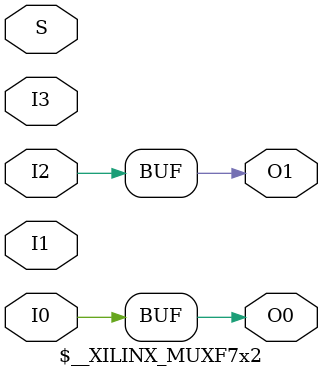
<source format=v>
/*
 *  yosys -- Yosys Open SYnthesis Suite
 *
 *  Copyright (C) 2012  Clifford Wolf <clifford@clifford.at>
 *                2019  Eddie Hung    <eddie@fpgeh.com>
 *
 *  Permission to use, copy, modify, and/or distribute this software for any
 *  purpose with or without fee is hereby granted, provided that the above
 *  copyright notice and this permission notice appear in all copies.
 *
 *  THE SOFTWARE IS PROVIDED "AS IS" AND THE AUTHOR DISCLAIMS ALL WARRANTIES
 *  WITH REGARD TO THIS SOFTWARE INCLUDING ALL IMPLIED WARRANTIES OF
 *  MERCHANTABILITY AND FITNESS. IN NO EVENT SHALL THE AUTHOR BE LIABLE FOR
 *  ANY SPECIAL, DIRECT, INDIRECT, OR CONSEQUENTIAL DAMAGES OR ANY DAMAGES
 *  WHATSOEVER RESULTING FROM LOSS OF USE, DATA OR PROFITS, WHETHER IN AN
 *  ACTION OF CONTRACT, NEGLIGENCE OR OTHER TORTIOUS ACTION, ARISING OUT OF
 *  OR IN CONNECTION WITH THE USE OR PERFORMANCE OF THIS SOFTWARE.
 *
 */

// Convert negative-polarity reset to positive-polarity
(* techmap_celltype = "$_DFF_NN0_" *)
module _90_dff_nn0_to_np0 (input D, C, R, output Q); \$_DFF_NP0_  _TECHMAP_REPLACE_ (.D(D), .Q(Q), .C(C), .R(~R)); endmodule
(* techmap_celltype = "$_DFF_PN0_" *)
module _90_dff_pn0_to_pp0 (input D, C, R, output Q); \$_DFF_PP0_  _TECHMAP_REPLACE_ (.D(D), .Q(Q), .C(C), .R(~R)); endmodule
(* techmap_celltype = "$_DFF_NN1_" *)
module _90_dff_nn1_to_np1 (input D, C, R, output Q); \$_DFF_NP1   _TECHMAP_REPLACE_ (.D(D), .Q(Q), .C(C), .R(~R)); endmodule
(* techmap_celltype = "$_DFF_PN1_" *)
module _90_dff_pn1_to_pp1 (input D, C, R, output Q); \$_DFF_PP1   _TECHMAP_REPLACE_ (.D(D), .Q(Q), .C(C), .R(~R)); endmodule

module \$__SHREG_ (input C, input D, input E, output Q);
  parameter DEPTH = 0;
  parameter [DEPTH-1:0] INIT = 0;
  parameter CLKPOL = 1;
  parameter ENPOL = 2;

  \$__XILINX_SHREG_ #(.DEPTH(DEPTH), .INIT(INIT), .CLKPOL(CLKPOL), .ENPOL(ENPOL)) _TECHMAP_REPLACE_ (.C(C), .D(D), .L(DEPTH-1), .E(E), .Q(Q));
endmodule

module \$__XILINX_SHREG_ (input C, input D, input [31:0] L, input E, output Q, output SO);
  parameter DEPTH = 0;
  parameter [DEPTH-1:0] INIT = 0;
  parameter CLKPOL = 1;
  parameter ENPOL = 2;

  // shregmap's INIT parameter shifts out LSB first;
  // however Xilinx expects MSB first
  function [DEPTH-1:0] brev;
    input [DEPTH-1:0] din;
    integer i;
    begin
      for (i = 0; i < DEPTH; i=i+1)
        brev[i] = din[DEPTH-1-i];
    end
  endfunction
  localparam [DEPTH-1:0] INIT_R = brev(INIT);

  parameter _TECHMAP_CONSTMSK_L_ = 0;
  parameter _TECHMAP_CONSTVAL_L_ = 0;

  wire CE;
  generate
    if (ENPOL == 0)
      assign CE = ~E;
    else if (ENPOL == 1)
      assign CE = E;
    else
      assign CE = 1'b1;
    if (DEPTH == 1) begin
      if (CLKPOL)
          FDRE #(.INIT(INIT_R)) _TECHMAP_REPLACE_ (.D(D), .Q(Q), .C(C), .CE(CE), .R(1'b0));
      else
          FDRE_1 #(.INIT(INIT_R)) _TECHMAP_REPLACE_ (.D(D), .Q(Q), .C(C), .CE(CE), .R(1'b0));
    end else
    if (DEPTH <= 16) begin
      SRL16E #(.INIT(INIT_R), .IS_CLK_INVERTED(~CLKPOL[0])) _TECHMAP_REPLACE_ (.A0(L[0]), .A1(L[1]), .A2(L[2]), .A3(L[3]), .CE(CE), .CLK(C), .D(D), .Q(Q));
    end else
    if (DEPTH > 17 && DEPTH <= 32) begin
      SRLC32E #(.INIT(INIT_R), .IS_CLK_INVERTED(~CLKPOL[0])) _TECHMAP_REPLACE_ (.A(L[4:0]), .CE(CE), .CLK(C), .D(D), .Q(Q));
    end else
    if (DEPTH > 33 && DEPTH <= 64) begin
      wire T0, T1, T2;
      SRLC32E #(.INIT(INIT_R[32-1:0]), .IS_CLK_INVERTED(~CLKPOL[0])) fpga_srl_0 (.A(L[4:0]), .CE(CE), .CLK(C), .D(D), .Q(T0), .Q31(T1));
      \$__XILINX_SHREG_ #(.DEPTH(DEPTH-32), .INIT(INIT[DEPTH-32-1:0]), .CLKPOL(CLKPOL), .ENPOL(ENPOL)) fpga_srl_1 (.C(C), .D(T1), .L(L), .E(E), .Q(T2));
      if (&_TECHMAP_CONSTMSK_L_)
        assign Q = T2;
      else
        MUXF7 fpga_mux_0 (.O(Q), .I0(T0), .I1(T2), .S(L[5]));
    end else
    if (DEPTH > 65 && DEPTH <= 96) begin
      wire T0, T1, T2, T3, T4, T5, T6;
      SRLC32E #(.INIT(INIT_R[32-1: 0]), .IS_CLK_INVERTED(~CLKPOL[0])) fpga_srl_0 (.A(L[4:0]), .CE(CE), .CLK(C), .D( D), .Q(T0), .Q31(T1));
      SRLC32E #(.INIT(INIT_R[64-1:32]), .IS_CLK_INVERTED(~CLKPOL[0])) fpga_srl_1 (.A(L[4:0]), .CE(CE), .CLK(C), .D(T1), .Q(T2), .Q31(T3));
      \$__XILINX_SHREG_ #(.DEPTH(DEPTH-64), .INIT(INIT[DEPTH-64-1:0]), .CLKPOL(CLKPOL), .ENPOL(ENPOL)) fpga_srl_2 (.C(C), .D(T3), .L(L[4:0]), .E(E), .Q(T4));
      if (&_TECHMAP_CONSTMSK_L_)
        assign Q = T4;
      else
        wire TA, TB;
        \$__XILINX_MUXF7x2 fpga_hard_mux7 (.I0(T0), .I1(T2), .I2(T4), .I3(1'bx), .S(L[5]), .O0(TA), .O1(TB));
        MUXF8 fpga_hard_mux8 (.I0(TA), .I1(TB), .S(L[6]), .O(Q));
    end else
    if (DEPTH > 97 && DEPTH < 128) begin
      wire T0, T1, T2, T3, T4, T5, T6, T7, T8;
      SRLC32E #(.INIT(INIT_R[32-1: 0]), .IS_CLK_INVERTED(~CLKPOL[0])) fpga_srl_0 (.A(L[4:0]), .CE(CE), .CLK(C), .D( D), .Q(T0), .Q31(T1));
      SRLC32E #(.INIT(INIT_R[64-1:32]), .IS_CLK_INVERTED(~CLKPOL[0])) fpga_srl_1 (.A(L[4:0]), .CE(CE), .CLK(C), .D(T1), .Q(T2), .Q31(T3));
      SRLC32E #(.INIT(INIT_R[96-1:64]), .IS_CLK_INVERTED(~CLKPOL[0])) fpga_srl_2 (.A(L[4:0]), .CE(CE), .CLK(C), .D(T3), .Q(T4), .Q31(T5));
      \$__XILINX_SHREG_ #(.DEPTH(DEPTH-96), .INIT(INIT[DEPTH-96-1:0]), .CLKPOL(CLKPOL), .ENPOL(ENPOL)) fpga_srl_3 (.C(C), .D(T5), .L(L[4:0]), .E(E), .Q(T6));
      if (&_TECHMAP_CONSTMSK_L_)
        assign Q = T6;
      else
        wire TA, TB;
        \$__XILINX_MUXF7x2 fpga_hard_mux (.I0(T0), .I1(T2), .I2(T4), .I3(T6), .S(L[5]), .O0(TA), .O1(TB));
        MUXF8 fpga_hard_mux8 (.I0(TA), .I1(TB), .S(L[6]), .O(Q));
    end
    else if (DEPTH == 128) begin
      wire T0, T1, T2, T3, T4, T5, T6;
      SRLC32E #(.INIT(INIT_R[ 32-1: 0]), .IS_CLK_INVERTED(~CLKPOL[0])) fpga_srl_0 (.A(L[4:0]), .CE(CE), .CLK(C), .D( D), .Q(T0), .Q31(T1));
      SRLC32E #(.INIT(INIT_R[ 64-1:32]), .IS_CLK_INVERTED(~CLKPOL[0])) fpga_srl_1 (.A(L[4:0]), .CE(CE), .CLK(C), .D(T1), .Q(T2), .Q31(T3));
      SRLC32E #(.INIT(INIT_R[ 96-1:64]), .IS_CLK_INVERTED(~CLKPOL[0])) fpga_srl_2 (.A(L[4:0]), .CE(CE), .CLK(C), .D(T3), .Q(T4), .Q31(T5));
      SRLC32E #(.INIT(INIT_R[128-1:96]), .IS_CLK_INVERTED(~CLKPOL[0])) fpga_srl_3 (.A(L[4:0]), .CE(CE), .CLK(C), .D(T5), .Q(T6), .Q31(SO));
      if (&_TECHMAP_CONSTMSK_L_)
        assign Q = T6;
      else begin
        wire TA, TB;
        \$__XILINX_MUXF7x2 fpga_hard_mux (.I0(T0), .I1(T2), .I2(T4), .I3(T6), .S(L[5]), .O0(T7), .O1(T8));
        MUXF8 fpga_hard_mux8 (.I0(TA), .I1(TB), .S(L[6]), .O(Q));
      end
    end
    else if (DEPTH <= 129 && ~&_TECHMAP_CONSTMSK_L_) begin
      // Handle cases where fixed-length depth is
      // just 1 over a convenient value
      \$__XILINX_SHREG_ #(.DEPTH(DEPTH+1), .INIT({INIT,1'b0}), .CLKPOL(CLKPOL), .ENPOL(ENPOL)) _TECHMAP_REPLACE_ (.C(C), .D(D), .L(L), .E(E), .Q(Q));
    end
    else begin
      localparam lower_clog2 = $clog2((DEPTH+1)/2);
      localparam lower_depth = 2 ** lower_clog2;
      wire T0, T1, T2, T3;
      if (&_TECHMAP_CONSTMSK_L_) begin
        \$__XILINX_SHREG_ #(.DEPTH(lower_depth), .INIT(INIT[DEPTH-1:DEPTH-lower_depth]), .CLKPOL(CLKPOL), .ENPOL(ENPOL)) fpga_srl_0 (.C(C), .D(D), .L(lower_depth-1), .E(E), .Q(T0));
        \$__XILINX_SHREG_ #(.DEPTH(DEPTH-lower_depth), .INIT(INIT[DEPTH-lower_depth-1:0]), .CLKPOL(CLKPOL), .ENPOL(ENPOL)) fpga_srl_1 (.C(C), .D(T0), .L(DEPTH-lower_depth-1), .E(E), .Q(Q), .SO(T3));
      end
      else begin
        \$__XILINX_SHREG_ #(.DEPTH(lower_depth), .INIT(INIT[DEPTH-1:DEPTH-lower_depth]), .CLKPOL(CLKPOL), .ENPOL(ENPOL)) fpga_srl_0 (.C(C), .D(D), .L(L[lower_clog2-1:0]), .E(E), .Q(T0), .SO(T1));
        \$__XILINX_SHREG_ #(.DEPTH(DEPTH-lower_depth), .INIT(INIT[DEPTH-lower_depth-1:0]), .CLKPOL(CLKPOL), .ENPOL(ENPOL)) fpga_srl_1 (.C(C), .D(T1), .L(L[lower_clog2-1:0]), .E(E), .Q(T2), .SO(T3));
        assign Q = L[lower_clog2] ? T2 : T0;
      end
      if (DEPTH == 2 * lower_depth)
          assign SO = T3;
    end
  endgenerate
endmodule

`ifdef MIN_MUX_INPUTS
module \$__XILINX_SHIFTX (A, B, Y);
  parameter A_SIGNED = 0;
  parameter B_SIGNED = 0;
  parameter A_WIDTH = 1;
  parameter B_WIDTH = 1;
  parameter Y_WIDTH = 1;

  input [A_WIDTH-1:0] A;
  input [B_WIDTH-1:0] B;
  output [Y_WIDTH-1:0] Y;

  parameter [A_WIDTH-1:0] _TECHMAP_CONSTMSK_A_ = 0;
  parameter [A_WIDTH-1:0] _TECHMAP_CONSTVAL_A_ = 0;
  parameter [B_WIDTH-1:0] _TECHMAP_CONSTMSK_B_ = 0;
  parameter [B_WIDTH-1:0] _TECHMAP_CONSTVAL_B_ = 0;

  function integer A_WIDTH_trimmed;
    input integer start;
  begin
    A_WIDTH_trimmed = start;
    while (A_WIDTH_trimmed > 0 && _TECHMAP_CONSTMSK_A_[A_WIDTH_trimmed-1] && _TECHMAP_CONSTVAL_A_[A_WIDTH_trimmed-1] === 1'bx)
      A_WIDTH_trimmed = A_WIDTH_trimmed - 1;
  end
  endfunction

  generate
    genvar i, j;
    // Bit-blast
    if (Y_WIDTH > 1) begin
      for (i = 0; i < Y_WIDTH; i++)
        \$__XILINX_SHIFTX  #(.A_SIGNED(A_SIGNED), .B_SIGNED(B_SIGNED), .A_WIDTH(A_WIDTH-Y_WIDTH+1), .B_WIDTH(B_WIDTH), .Y_WIDTH(1'd1)) bitblast (.A(A[A_WIDTH-Y_WIDTH+i:i]), .B(B), .Y(Y[i]));
    end
    // If the LSB of B is constant zero (and Y_WIDTH is 1) then
    //   we can optimise by removing every other entry from A
    //   and popping the constant zero from B
    else if (_TECHMAP_CONSTMSK_B_[0] && !_TECHMAP_CONSTVAL_B_[0]) begin
      wire [(A_WIDTH+1)/2-1:0] A_i;
      for (i = 0; i < (A_WIDTH+1)/2; i++)
        assign A_i[i] = A[i*2];
      \$__XILINX_SHIFTX  #(.A_SIGNED(A_SIGNED), .B_SIGNED(B_SIGNED), .A_WIDTH((A_WIDTH+1'd1)/2'd2), .B_WIDTH(B_WIDTH-1'd1), .Y_WIDTH(Y_WIDTH)) _TECHMAP_REPLACE_ (.A(A_i), .B(B[B_WIDTH-1:1]), .Y(Y));
    end
    // Trim off any leading 1'bx -es in A
    else if (_TECHMAP_CONSTMSK_A_[A_WIDTH-1] && _TECHMAP_CONSTVAL_A_[A_WIDTH-1] === 1'bx) begin
      localparam A_WIDTH_new = A_WIDTH_trimmed(A_WIDTH-1);
      \$__XILINX_SHIFTX  #(.A_SIGNED(A_SIGNED), .B_SIGNED(B_SIGNED), .A_WIDTH(A_WIDTH_new), .B_WIDTH(B_WIDTH), .Y_WIDTH(Y_WIDTH)) _TECHMAP_REPLACE_ (.A(A[A_WIDTH_new-1:0]), .B(B), .Y(Y));
    end
    else if (A_WIDTH < `MIN_MUX_INPUTS) begin
      wire _TECHMAP_FAIL_ = 1;
    end
    else if (A_WIDTH <= 2 ** 3) begin
      localparam a_width0 = 2 ** 2;
      localparam a_widthN = A_WIDTH - a_width0;
      wire T0, T1;
      \$shiftx  #(.A_SIGNED(A_SIGNED), .B_SIGNED(B_SIGNED), .A_WIDTH(a_width0), .B_WIDTH(2), .Y_WIDTH(Y_WIDTH)) fpga_soft_mux (.A(A[a_width0-1:0]), .B(B[2-1:0]), .Y(T0));
      if (a_widthN > 1)
        \$shiftx  #(.A_SIGNED(A_SIGNED), .B_SIGNED(B_SIGNED), .A_WIDTH(a_widthN), .B_WIDTH($clog2(a_widthN)), .Y_WIDTH(Y_WIDTH)) fpga_soft_mux_last (.A(A[A_WIDTH-1:a_width0]), .B(B[$clog2(a_widthN)-1:0]), .Y(T1));
      else
        assign T1 = A[A_WIDTH-1];
      MUXF7 fpga_hard_mux (.I0(T0), .I1(T1), .S(B[2]), .O(Y));
    end
    else if (A_WIDTH <= 2 ** 4) begin
      localparam a_width0 = 2 ** 2;
      localparam num_mux8 = A_WIDTH / a_width0;
      localparam a_widthN = A_WIDTH % a_width0;
      wire [a_width0-1:0] T;
      for (i = 0; i < a_width0; i++)
        if (i < num_mux8)
          \$shiftx  #(.A_SIGNED(A_SIGNED), .B_SIGNED(B_SIGNED), .A_WIDTH(a_width0), .B_WIDTH(2), .Y_WIDTH(Y_WIDTH)) fpga_mux (.A(A[i*a_width0+:a_width0]), .B(B[2-1:0]), .Y(T[i]));
        else if (i == num_mux8 && a_widthN > 1)
          \$shiftx  #(.A_SIGNED(A_SIGNED), .B_SIGNED(B_SIGNED), .A_WIDTH(a_widthN), .B_WIDTH($clog2(a_widthN)), .Y_WIDTH(Y_WIDTH)) fpga_mux_last (.A(A[A_WIDTH-1-:a_widthN]), .B(B[$clog2(a_widthN)-1:0]), .Y(T[i]));
        else
          assign T[i] = A[A_WIDTH-1];
      wire TA, TB;
      \$__XILINX_MUXF7x2 fpga_hard_mux (.I0(T[0]), .I1(T[2]), .I2(T[4]), .I3(T[6]), .S(B[2]), .O0(TA), .O1(TB));
      MUXF8 fpga_hard_mux8 (.I0(TA), .I1(TB), .S(B[3]), .O(Q));
    end
    else begin
      localparam a_width0 = 2 ** 4;
      localparam num_mux16 = A_WIDTH / a_width0;
      localparam a_widthN = A_WIDTH % a_width0;
      wire [num_mux16 + (a_widthN > 0 ? 1 : 0) - 1:0] T;
      for (i = 0; i < num_mux16; i++)
        \$__XILINX_SHIFTX  #(.A_SIGNED(A_SIGNED), .B_SIGNED(B_SIGNED), .A_WIDTH(a_width0), .B_WIDTH(4), .Y_WIDTH(Y_WIDTH)) fpga_soft_mux (.A(A[i*a_width0+:a_width0]), .B(B[4-1:0]), .Y(T[i]));
      if (a_widthN > 0) begin
        if (a_widthN > 1)
          \$__XILINX_SHIFTX  #(.A_SIGNED(A_SIGNED), .B_SIGNED(B_SIGNED), .A_WIDTH(a_widthN), .B_WIDTH($clog2(a_widthN)), .Y_WIDTH(Y_WIDTH)) fpga_soft_mux_last (.A(A[A_WIDTH-1-:a_widthN]), .B(B[$clog2(a_widthN)-1:0]), .Y(T[num_mux16]));
        else
          assign T[num_mux16] = A[A_WIDTH-1];
      end
      \$__XILINX_SHIFTX  #(.A_SIGNED(A_SIGNED), .B_SIGNED(B_SIGNED), .A_WIDTH(num_mux16 + (a_widthN > 0 ? 1 : 0)), .B_WIDTH(B_WIDTH-4), .Y_WIDTH(Y_WIDTH)) _TECHMAP_REPLACE_ (.A(T), .B(B[B_WIDTH-1:4]), .Y(Y));
    end
  endgenerate
endmodule

(* techmap_celltype = "$__XILINX_SHIFTX" *)
module _90__XILINX_SHIFTX (A, B, Y);
  parameter A_SIGNED = 0;
  parameter B_SIGNED = 0;
  parameter A_WIDTH = 1;
  parameter B_WIDTH = 1;
  parameter Y_WIDTH = 1;

  input [A_WIDTH-1:0] A;
  input [B_WIDTH-1:0] B;
  output [Y_WIDTH-1:0] Y;

  \$shiftx  #(.A_SIGNED(A_SIGNED), .B_SIGNED(B_SIGNED), .A_WIDTH(A_WIDTH), .B_WIDTH(B_WIDTH), .Y_WIDTH(Y_WIDTH)) _TECHMAP_REPLACE_ (.A(A), .B(B), .Y(Y));
endmodule

module \$_MUX8_ (A, B, C, D, E, F, G, H, S, T, U, Y);
input A, B, C, D, E, F, G, H, S, T, U;
output Y;
  \$__XILINX_SHIFTX  #(.A_SIGNED(0), .B_SIGNED(0), .A_WIDTH(8), .B_WIDTH(3), .Y_WIDTH(1)) _TECHMAP_REPLACE_ (.A({H,G,F,E,D,C,B,A}), .B({U,T,S}), .Y(Y));
endmodule

module \$_MUX16_ (A, B, C, D, E, F, G, H, I, J, K, L, M, N, O, P, S, T, U, V, Y);
input A, B, C, D, E, F, G, H, I, J, K, L, M, N, O, P, S, T, U, V;
output Y;
  \$__XILINX_SHIFTX  #(.A_SIGNED(0), .B_SIGNED(0), .A_WIDTH(16), .B_WIDTH(4), .Y_WIDTH(1)) _TECHMAP_REPLACE_ (.A({P,O,N,M,L,K,J,I,H,G,F,E,D,C,B,A}), .B({V,U,T,S}), .Y(Y));
endmodule
`endif

`ifndef _ABC
module \$__XILINX_MUXF7x2 (O0, O1, I0, I1, I2, I3, S);
  output O0, O1;
  input I0, I1, I2, I3, S;
  parameter _TECHMAP_BITS_CONNMAP_ = 0;
  parameter [_TECHMAP_BITS_CONNMAP_-1:0] _TECHMAP_CONNMAP_I0_ = 0;
  parameter [_TECHMAP_BITS_CONNMAP_-1:0] _TECHMAP_CONNMAP_I1_ = 0;
  parameter [_TECHMAP_BITS_CONNMAP_-1:0] _TECHMAP_CONNMAP_I2_ = 0;
  parameter [_TECHMAP_BITS_CONNMAP_-1:0] _TECHMAP_CONNMAP_I3_ = 0;
  parameter _TECHMAP_CONSTMSK_S_ = 0;
  parameter _TECHMAP_CONSTVAL_S_ = 0;
  if (_TECHMAP_CONSTMSK_S_ && _TECHMAP_CONSTVAL_S_ === 1'b1)
    assign O0 = I1;
  else if (_TECHMAP_CONSTMSK_S_ || _TECHMAP_CONNMAP_I0_ === _TECHMAP_CONNMAP_I1_)
    assign O0 = I0;
  else
    MUXF7 mux7a (.I0(I0), .I1(I1), .S(S), .O(O0));
  if (_TECHMAP_CONSTMSK_S_ && _TECHMAP_CONSTVAL_S_ === 1'b1)
    assign O1 = I3;
  else if (_TECHMAP_CONSTMSK_S_ || _TECHMAP_CONNMAP_I2_ === _TECHMAP_CONNMAP_I3_)
    assign O1 = I2;
  else
    MUXF7 mux7b (.I0(I2), .I1(I3), .S(S), .O(O1));
endmodule
`endif

</source>
